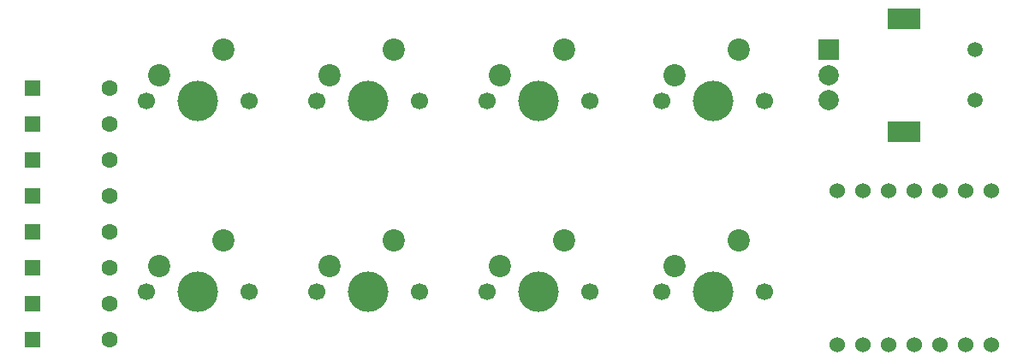
<source format=gbs>
G04 #@! TF.GenerationSoftware,KiCad,Pcbnew,9.0.2*
G04 #@! TF.CreationDate,2025-06-25T22:16:46-04:00*
G04 #@! TF.ProjectId,Macropad,4d616372-6f70-4616-942e-6b696361645f,rev?*
G04 #@! TF.SameCoordinates,Original*
G04 #@! TF.FileFunction,Soldermask,Bot*
G04 #@! TF.FilePolarity,Negative*
%FSLAX46Y46*%
G04 Gerber Fmt 4.6, Leading zero omitted, Abs format (unit mm)*
G04 Created by KiCad (PCBNEW 9.0.2) date 2025-06-25 22:16:46*
%MOMM*%
%LPD*%
G01*
G04 APERTURE LIST*
G04 Aperture macros list*
%AMRoundRect*
0 Rectangle with rounded corners*
0 $1 Rounding radius*
0 $2 $3 $4 $5 $6 $7 $8 $9 X,Y pos of 4 corners*
0 Add a 4 corners polygon primitive as box body*
4,1,4,$2,$3,$4,$5,$6,$7,$8,$9,$2,$3,0*
0 Add four circle primitives for the rounded corners*
1,1,$1+$1,$2,$3*
1,1,$1+$1,$4,$5*
1,1,$1+$1,$6,$7*
1,1,$1+$1,$8,$9*
0 Add four rect primitives between the rounded corners*
20,1,$1+$1,$2,$3,$4,$5,0*
20,1,$1+$1,$4,$5,$6,$7,0*
20,1,$1+$1,$6,$7,$8,$9,0*
20,1,$1+$1,$8,$9,$2,$3,0*%
G04 Aperture macros list end*
%ADD10RoundRect,0.250000X-0.550000X-0.550000X0.550000X-0.550000X0.550000X0.550000X-0.550000X0.550000X0*%
%ADD11C,1.600000*%
%ADD12C,1.700000*%
%ADD13C,4.000000*%
%ADD14C,2.200000*%
%ADD15C,1.500000*%
%ADD16R,2.000000X2.000000*%
%ADD17C,2.000000*%
%ADD18R,3.200000X2.000000*%
%ADD19C,1.524000*%
G04 APERTURE END LIST*
D10*
G04 #@! TO.C,D3*
X87987500Y-75075000D03*
D11*
X95607500Y-75075000D03*
G04 #@! TD*
D10*
G04 #@! TO.C,D4*
X87987500Y-78625000D03*
D11*
X95607500Y-78625000D03*
G04 #@! TD*
D12*
G04 #@! TO.C,SW2*
X99258750Y-88106250D03*
D13*
X104338750Y-88106250D03*
D12*
X109418750Y-88106250D03*
D14*
X106878750Y-83026250D03*
X100528750Y-85566250D03*
G04 #@! TD*
D10*
G04 #@! TO.C,D1*
X87987500Y-67975000D03*
D11*
X95607500Y-67975000D03*
G04 #@! TD*
D12*
G04 #@! TO.C,SW8*
X150235000Y-88106250D03*
D13*
X155315000Y-88106250D03*
D12*
X160395000Y-88106250D03*
D14*
X157855000Y-83026250D03*
X151505000Y-85566250D03*
G04 #@! TD*
D10*
G04 #@! TO.C,D2*
X87987500Y-71525000D03*
D11*
X95607500Y-71525000D03*
G04 #@! TD*
D15*
G04 #@! TO.C,SW9*
X181206250Y-64175000D03*
X181206250Y-69175000D03*
D16*
X166706250Y-64175000D03*
D17*
X166706250Y-69175000D03*
X166706250Y-66675000D03*
D18*
X174206250Y-61075000D03*
X174206250Y-72275000D03*
G04 #@! TD*
D12*
G04 #@! TO.C,SW5*
X132913750Y-69215000D03*
D13*
X137993750Y-69215000D03*
D12*
X143073750Y-69215000D03*
D14*
X140533750Y-64135000D03*
X134183750Y-66675000D03*
G04 #@! TD*
D12*
G04 #@! TO.C,SW3*
X116077500Y-69215000D03*
D13*
X121157500Y-69215000D03*
D12*
X126237500Y-69215000D03*
D14*
X123697500Y-64135000D03*
X117347500Y-66675000D03*
G04 #@! TD*
D10*
G04 #@! TO.C,D7*
X87987500Y-89275000D03*
D11*
X95607500Y-89275000D03*
G04 #@! TD*
D12*
G04 #@! TO.C,SW7*
X150235000Y-69215000D03*
D13*
X155315000Y-69215000D03*
D12*
X160395000Y-69215000D03*
D14*
X157855000Y-64135000D03*
X151505000Y-66675000D03*
G04 #@! TD*
D19*
G04 #@! TO.C,U1*
X182816500Y-78105000D03*
X180276500Y-78105000D03*
X177736500Y-78105000D03*
X175196500Y-78105000D03*
X172656500Y-78105000D03*
X170116500Y-78105000D03*
X167576500Y-78105000D03*
X167576500Y-93345000D03*
X170116500Y-93345000D03*
X172656500Y-93345000D03*
X175196500Y-93345000D03*
X177736500Y-93345000D03*
X180276500Y-93345000D03*
X182816500Y-93345000D03*
G04 #@! TD*
D12*
G04 #@! TO.C,SW1*
X99258750Y-69215000D03*
D13*
X104338750Y-69215000D03*
D12*
X109418750Y-69215000D03*
D14*
X106878750Y-64135000D03*
X100528750Y-66675000D03*
G04 #@! TD*
D12*
G04 #@! TO.C,SW4*
X116077500Y-88106250D03*
D13*
X121157500Y-88106250D03*
D12*
X126237500Y-88106250D03*
D14*
X123697500Y-83026250D03*
X117347500Y-85566250D03*
G04 #@! TD*
D12*
G04 #@! TO.C,SW6*
X132913750Y-88106250D03*
D13*
X137993750Y-88106250D03*
D12*
X143073750Y-88106250D03*
D14*
X140533750Y-83026250D03*
X134183750Y-85566250D03*
G04 #@! TD*
D10*
G04 #@! TO.C,D8*
X87987500Y-92825000D03*
D11*
X95607500Y-92825000D03*
G04 #@! TD*
D10*
G04 #@! TO.C,D6*
X87987500Y-85725000D03*
D11*
X95607500Y-85725000D03*
G04 #@! TD*
D10*
G04 #@! TO.C,D5*
X87987500Y-82175000D03*
D11*
X95607500Y-82175000D03*
G04 #@! TD*
M02*

</source>
